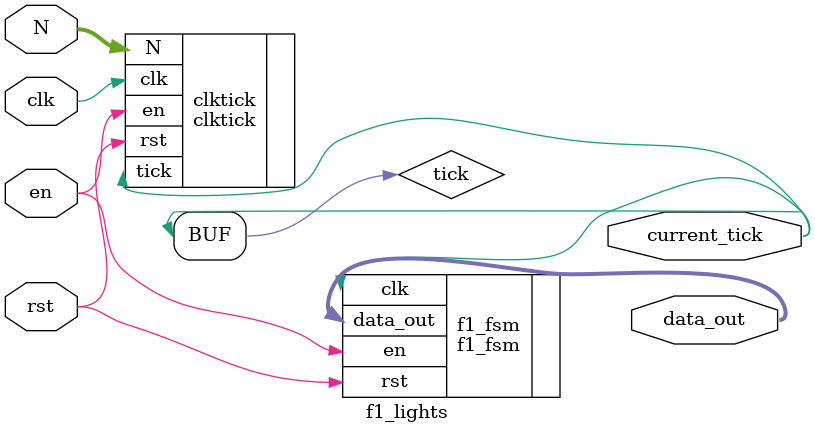
<source format=sv>
module f1_lights #(
        parameter WIDTH = 16
)(
    input logic     clk,
    input logic     rst,
    input logic en,
    input  logic [WIDTH-1:0] N,
    output logic current_tick,
    output logic [7:0]data_out
);

logic tick;
assign current_tick = tick;

clktick clktick (
    .clk (clk),
    .rst (rst),
    .en (en),
    .N (N),
    .tick (tick)
);

f1_fsm f1_fsm (
    .clk(current_tick),
    .rst(rst),
    .en(en),
    .data_out(data_out)
);

endmodule
</source>
